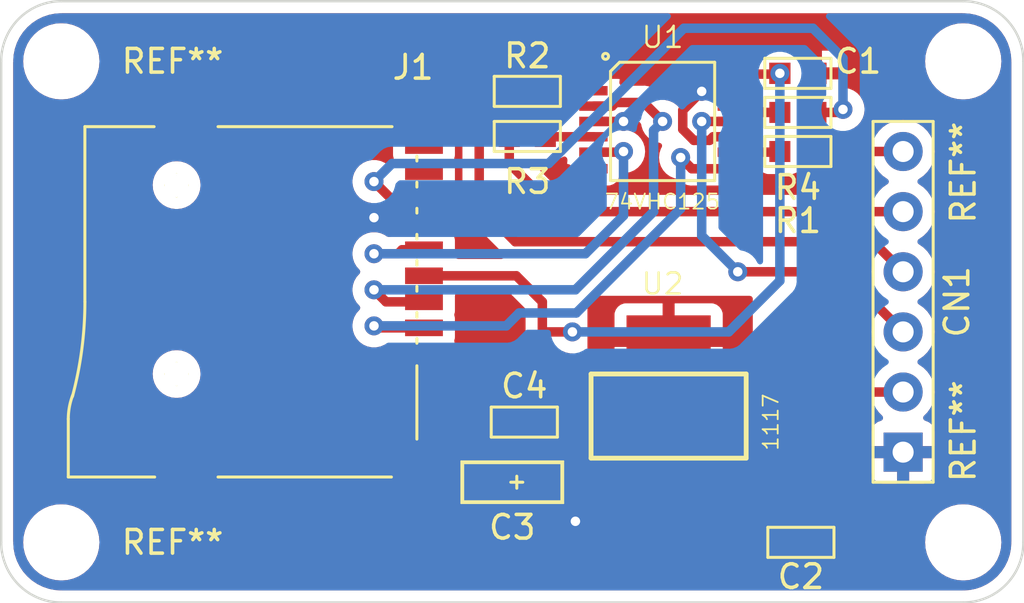
<source format=kicad_pcb>
(kicad_pcb (version 20211014) (generator pcbnew)
  (layers (0 "F.Cu" signal) (31 "B.Cu" signal) (34 "B.Paste" user) (35 "F.Paste" user) (36 "B.SilkS" user "B.Silkscreen") (37 "F.SilkS" user "F.Silkscreen") (38 "B.Mask" user) (39 "F.Mask" user) (44 "Edge.Cuts" user))
  (net 0 "")
  (net 1 "GND")
  (net 2 "+3V3")
  (net 3 "VCC")
  (net 4 "MISO")
  (net 5 "MOSI")
  (net 6 "SCK")
  (net 7 "CS")
  (net 9 "CS_CARD")
  (net 10 "DI")
  (net 11 "SCLK")
  (net 12 "DO")
  (net 15 "Net-(R1-Pad2)")
  (net 16 "Net-(R2-Pad2)")
  (net 17 "Net-(R3-Pad2)")
  (net 18 "Net-(R4-Pad2)")
  (footprint "OPL_Integrated_Circuit:SOT-223" (layer "F.Cu") (at 76.2 116.84 90)
    (fp_text reference "U2" (at 5.842 0 180) (layer "F.SilkS") (effects (font (size 0.889 0.889) (thickness 0.1016))))
    (fp_text value "1117" (at 0 4.572 90) (layer "F.SilkS") (effects (font (size 0.635 0.635) (thickness 0.0762))))
    (fp_line (start 2.032 3.5306) (end -1.524 3.5306) (layer "F.SilkS") (width 0.2032))
    (fp_line (start 2.032 -3.0226) (end 2.032 3.5306) (layer "F.SilkS") (width 0.2032))
    (fp_line (start -1.524 3.5306) (end -1.524 -3.0226) (layer "F.SilkS") (width 0.2032))
    (fp_line (start -1.524 -3.0226) (end 2.032 -3.0226) (layer "F.SilkS") (width 0.2032))
    (pad "1" smd rect locked (at -2.921 -2.032) (size 1.27 2.286) (layers "F.Cu" "F.Paste" "F.Mask") (net 1 "GND"))
    (pad "2" smd rect locked (at -2.921 0.254) (size 1.27 2.286) (layers "F.Cu" "F.Paste" "F.Mask") (net 2 "+3V3"))
    (pad "3" smd rect locked (at -2.921 2.54) (size 1.27 2.286) (layers "F.Cu" "F.Paste" "F.Mask") (net 3 "VCC"))
    (pad "TER" smd rect locked (at 3.429 0.254) (size 3.556 2.159) (layers "F.Cu" "F.Paste" "F.Mask") (net 2 "+3V3"))
  )
  (footprint "OPL_Resistor:R0603" (layer "F.Cu") (at 81.915 105.41 180)
    (fp_text reference "R1" (at 0 -2.921) (layer "F.SilkS"))
    (fp_text value "3.3K")
    (fp_line (start -1.397 0.635) (end -1.397 -0.635) (layer "F.SilkS") (width 0.127))
    (fp_line (start 1.397 0.635) (end -1.397 0.635) (layer "F.SilkS") (width 0.127))
    (fp_line (start -1.397 -0.635) (end 1.397 -0.635) (layer "F.SilkS") (width 0.127))
    (fp_line (start 1.397 -0.635) (end 1.397 0.635) (layer "F.SilkS") (width 0.127))
    (pad "1" smd rect locked (at -0.762 0 180) (size 0.889 0.889) (layers "F.Cu" "F.Paste" "F.Mask") (net 7 "CS"))
    (pad "2" smd rect locked (at 0.762 0 180) (size 0.889 0.889) (layers "F.Cu" "F.Paste" "F.Mask") (net 15 "Net-(R1-Pad2)"))
  )
  (footprint "MountingHole:MountingHole_2.2mm_M2" (layer "F.Cu") (at 50.8 101.6)
    (fp_text reference "REF**" (at 4.699 0 180) (layer "F.SilkS"))
    (fp_text value "M2")
    (pad "" np_thru_hole circle (at 0 0) (size 2.2 2.2) (drill 2.2) (layers *.Cu *.Mask))
  )
  (footprint "OPL_Connector:H6-2.54" (layer "F.Cu") (at 86.36 111.76 -90)
    (fp_text reference "CN1" (at 0 -2.275 90) (layer "F.SilkS"))
    (fp_text value "IN")
    (fp_line (start 7.62 1.27) (end -7.62 1.27) (layer "F.SilkS") (width 0.127))
    (fp_line (start 7.62 -1.27) (end 7.62 1.27) (layer "F.SilkS") (width 0.127))
    (fp_line (start -7.62 -1.27) (end 7.62 -1.27) (layer "F.SilkS") (width 0.127))
    (fp_line (start -7.62 1.27) (end -7.62 -1.27) (layer "F.SilkS") (width 0.127))
    (pad "1" thru_hole rect locked (at 6.35 0 180) (size 1.651 1.651) (drill 0.889) (layers *.Cu *.Mask) (net 1 "GND"))
    (pad "2" thru_hole circle locked (at 3.81 0 180) (size 1.651 1.651) (drill 0.889) (layers *.Cu *.Mask) (net 3 "VCC"))
    (pad "3" thru_hole circle locked (at 1.27 0 180) (size 1.651 1.651) (drill 0.889) (layers *.Cu *.Mask) (net 4 "MISO"))
    (pad "4" thru_hole circle locked (at -1.27 0 180) (size 1.651 1.651) (drill 0.889) (layers *.Cu *.Mask) (net 5 "MOSI"))
    (pad "5" thru_hole circle locked (at -3.81 0 180) (size 1.651 1.651) (drill 0.889) (layers *.Cu *.Mask) (net 6 "SCK"))
    (pad "6" thru_hole circle locked (at -6.35 0 180) (size 1.651 1.651) (drill 0.889) (layers *.Cu *.Mask) (net 7 "CS"))
  )
  (footprint "OPL_Resistor:R0603" (layer "F.Cu") (at 81.915 103.759 180)
    (fp_text reference "R4" (at 0 -3.175) (layer "F.SilkS"))
    (fp_text value "3.3K")
    (fp_line (start 1.397 -0.635) (end 1.397 0.635) (layer "F.SilkS") (width 0.127))
    (fp_line (start -1.397 0.635) (end -1.397 -0.635) (layer "F.SilkS") (width 0.127))
    (fp_line (start 1.397 0.635) (end -1.397 0.635) (layer "F.SilkS") (width 0.127))
    (fp_line (start -1.397 -0.635) (end 1.397 -0.635) (layer "F.SilkS") (width 0.127))
    (pad "1" smd rect locked (at -0.762 0 180) (size 0.889 0.889) (layers "F.Cu" "F.Paste" "F.Mask") (net 12 "DO"))
    (pad "2" smd rect locked (at 0.762 0 180) (size 0.889 0.889) (layers "F.Cu" "F.Paste" "F.Mask") (net 18 "Net-(R4-Pad2)"))
  )
  (footprint "OPL_Integrated_Circuit:TSSOP14-0.65-5X4.4MM" (layer "F.Cu") (at 76.2 104.14)
    (fp_text reference "U1" (at 0 -3.556) (layer "F.SilkS") (effects (font (size 0.889 0.889) (thickness 0.1016))))
    (fp_text value "74VHC125" (at -0.01 3.39) (layer "F.SilkS") (effects (font (size 0.635 0.635) (thickness 0.0762))))
    (fp_line (start -2.19964 2.49936) (end -2.19964 -2.11836) (layer "F.SilkS") (width 0.127))
    (fp_line (start -1.81864 -2.49936) (end 2.19964 -2.49936) (layer "F.SilkS") (width 0.127))
    (fp_line (start 2.19964 2.49936) (end -2.19964 2.49936) (layer "F.SilkS") (width 0.127))
    (fp_line (start -2.19964 -2.11836) (end -1.81864 -2.49936) (layer "F.SilkS") (width 0.127))
    (fp_line (start 2.19964 -2.49936) (end 2.19964 2.49936) (layer "F.SilkS") (width 0.127))
    (fp_circle (center -2.41 -2.75) (end -2.47 -2.64) (layer "F.SilkS") (width 0.127) (fill none))
    (pad "1" smd rect locked (at -2.92354 -1.99898 270) (size 0.39878 1.19888) (layers "F.Cu" "F.Paste" "F.Mask") (net 1 "GND"))
    (pad "2" smd rect locked (at -2.92354 -1.29794 270) (size 0.39878 1.19888) (layers "F.Cu" "F.Paste" "F.Mask") (net 16 "Net-(R2-Pad2)"))
    (pad "3" smd rect locked (at -2.92354 -0.6477 270) (size 0.39878 1.19888) (layers "F.Cu" "F.Paste" "F.Mask") (net 10 "DI"))
    (pad "4" smd rect locked (at -2.92354 0 270) (size 0.39878 1.19888) (layers "F.Cu" "F.Paste" "F.Mask") (net 1 "GND"))
    (pad "5" smd rect locked (at -2.92354 0.6477 270) (size 0.39878 1.19888) (layers "F.Cu" "F.Paste" "F.Mask") (net 17 "Net-(R3-Pad2)"))
    (pad "6" smd rect locked (at -2.92354 1.29794 270) (size 0.39878 1.19888) (layers "F.Cu" "F.Paste" "F.Mask") (net 11 "SCLK"))
    (pad "7" smd rect locked (at -2.92354 1.99898 270) (size 0.39878 1.19888) (layers "F.Cu" "F.Paste" "F.Mask") (net 1 "GND"))
    (pad "8" smd rect locked (at 2.92354 1.99898 90) (size 0.39878 1.19888) (layers "F.Cu" "F.Paste" "F.Mask") (net 9 "CS_CARD"))
    (pad "9" smd rect locked (at 2.92354 1.29794 270) (size 0.39878 1.19888) (layers "F.Cu" "F.Paste" "F.Mask") (net 15 "Net-(R1-Pad2)"))
    (pad "10" smd rect locked (at 2.92354 0.6477 270) (size 0.39878 1.19888) (layers "F.Cu" "F.Paste" "F.Mask") (net 1 "GND"))
    (pad "11" smd rect locked (at 2.92354 0 270) (size 0.39878 1.19888) (layers "F.Cu" "F.Paste" "F.Mask") (net 4 "MISO"))
    (pad "12" smd rect locked (at 2.92354 -0.6477 270) (size 0.39878 1.19888) (layers "F.Cu" "F.Paste" "F.Mask") (net 18 "Net-(R4-Pad2)"))
    (pad "13" smd rect locked (at 2.92354 -1.29794 270) (size 0.39878 1.19888) (layers "F.Cu" "F.Paste" "F.Mask") (net 1 "GND"))
    (pad "14" smd rect locked (at 2.92354 -1.99898 270) (size 0.39878 1.19888) (layers "F.Cu" "F.Paste" "F.Mask") (net 2 "+3V3"))
  )
  (footprint "MountingHole:MountingHole_2.2mm_M2" (layer "F.Cu") (at 50.8 121.92)
    (fp_text reference "REF**" (at 4.699 0) (layer "F.SilkS"))
    (fp_text value "M2")
    (pad "" np_thru_hole circle (at 0 0) (size 2.2 2.2) (drill 2.2) (layers *.Cu *.Mask))
  )
  (footprint "OPL_Resistor:R0603" (layer "F.Cu") (at 70.485 104.775)
    (fp_text reference "R3" (at 0 1.905) (layer "F.SilkS"))
    (fp_text value "3.3K")
    (fp_line (start -1.397 -0.635) (end 1.397 -0.635) (layer "F.SilkS") (width 0.127))
    (fp_line (start 1.397 0.635) (end -1.397 0.635) (layer "F.SilkS") (width 0.127))
    (fp_line (start 1.397 -0.635) (end 1.397 0.635) (layer "F.SilkS") (width 0.127))
    (fp_line (start -1.397 0.635) (end -1.397 -0.635) (layer "F.SilkS") (width 0.127))
    (pad "1" smd rect locked (at -0.762 0) (size 0.889 0.889) (layers "F.Cu" "F.Paste" "F.Mask") (net 6 "SCK"))
    (pad "2" smd rect locked (at 0.762 0) (size 0.889 0.889) (layers "F.Cu" "F.Paste" "F.Mask") (net 17 "Net-(R3-Pad2)"))
  )
  (footprint "OPL_Capacitor:C0603" (layer "F.Cu") (at 82.042 121.92 180)
    (fp_text reference "C2" (at 0 -1.45) (layer "F.SilkS"))
    (fp_text value "100NF")
    (fp_line (start -1.397 0.635) (end -1.397 -0.635) (layer "F.SilkS") (width 0.127))
    (fp_line (start 1.397 -0.635) (end 1.397 0.635) (layer "F.SilkS") (width 0.127))
    (fp_line (start 1.397 0.635) (end -1.397 0.635) (layer "F.SilkS") (width 0.127))
    (fp_line (start -1.397 -0.635) (end 1.397 -0.635) (layer "F.SilkS") (width 0.127))
    (pad "1" smd rect locked (at -0.762 0 180) (size 0.9 0.9) (layers "F.Cu" "F.Paste" "F.Mask") (net 1 "GND"))
    (pad "2" smd rect locked (at 0.762 0 180) (size 0.9 0.9) (layers "F.Cu" "F.Paste" "F.Mask") (net 3 "VCC"))
  )
  (footprint "MountingHole:MountingHole_2.2mm_M2" (layer "F.Cu") (at 88.9 101.6)
    (fp_text reference "REF**" (at 0 4.699 90) (layer "F.SilkS"))
    (fp_text value "M2")
    (pad "" np_thru_hole circle (at 0 0) (size 2.2 2.2) (drill 2.2) (layers *.Cu *.Mask))
  )
  (footprint "MountingHole:MountingHole_2.2mm_M2" (layer "F.Cu") (at 88.9 121.92)
    (fp_text reference "REF**" (at 0 -4.699 90) (layer "F.SilkS"))
    (fp_text value "M2")
    (pad "" np_thru_hole circle (at 0 0) (size 2.2 2.2) (drill 2.2) (layers *.Cu *.Mask))
  )
  (footprint "OPL_Capacitor:C0603" (layer "F.Cu") (at 70.358 116.84)
    (fp_text reference "C4" (at 0 -1.524) (layer "F.SilkS"))
    (fp_text value "100NF")
    (fp_line (start 1.397 0.635) (end -1.397 0.635) (layer "F.SilkS") (width 0.127))
    (fp_line (start -1.397 -0.635) (end 1.397 -0.635) (layer "F.SilkS") (width 0.127))
    (fp_line (start 1.397 -0.635) (end 1.397 0.635) (layer "F.SilkS") (width 0.127))
    (fp_line (start -1.397 0.635) (end -1.397 -0.635) (layer "F.SilkS") (width 0.127))
    (pad "1" smd rect locked (at -0.762 0) (size 0.9 0.9) (layers "F.Cu" "F.Paste" "F.Mask") (net 1 "GND"))
    (pad "2" smd rect locked (at 0.762 0) (size 0.9 0.9) (layers "F.Cu" "F.Paste" "F.Mask") (net 2 "+3V3"))
  )
  (footprint "OPL_Connector:MICRO-SD9+4P-SMD-16.1X14.5X1.85MM" (layer "F.Cu") (at 58.42 111.76 180)
    (fp_text reference "J1" (at -7.239 9.906) (layer "F.SilkS"))
    (fp_text value "SD")
    (fp_line (start 2.75 -2.59842) (end 2.75 -3.49758) (layer "F.SilkS") (width 0.127))
    (fp_line (start -7.4 3.74934) (end -7.4 3.95) (layer "F.SilkS") (width 0.127))
    (fp_line (start -7.4 5.94934) (end -7.4 6.15) (layer "F.SilkS") (width 0.127))
    (fp_line (start 2.3 -3.05) (end 3.2017 -3.05) (layer "F.SilkS") (width 0.127))
    (fp_line (start 2.75 5.37416) (end 2.75 4.475) (layer "F.SilkS") (width 0.127))
    (fp_line (start -6.35 7.4) (end 1 7.4) (layer "F.SilkS") (width 0.127))
    (fp_line (start -7.4 2.64934) (end -7.4 2.85) (layer "F.SilkS") (width 0.127))
    (fp_line (start 3.7 7.4) (end 6.625 7.4) (layer "F.SilkS") (width 0.127))
    (fp_line (start 2.3 4.925) (end 3.2017 4.925) (layer "F.SilkS") (width 0.127))
    (fp_line (start 1 -7.4) (end -6.325 -7.4) (layer "F.SilkS") (width 0.127))
    (fp_line (start 7.325 -7.4) (end 7.325 -4.95) (layer "F.SilkS") (width 0.127))
    (fp_line (start -7.4 -1.75066) (end -7.4 -1.55) (layer "F.SilkS") (width 0.127))
    (fp_line (start -7.4 4.84934) (end -7.4 5.05) (layer "F.SilkS") (width 0.127))
    (fp_line (start -7.4 -0.65066) (end -7.4 -0.45) (layer "F.SilkS") (width 0.127))
    (fp_line (start -7.4 0.44934) (end -7.4 0.65) (layer "F.SilkS") (width 0.127))
    (fp_line (start 6.625 0) (end 6.625 7.4) (layer "F.SilkS") (width 0.127))
    (fp_line (start 7.325 -7.4) (end 3.675 -7.4) (layer "F.SilkS") (width 0.127))
    (fp_line (start -7.4 1.54934) (end -7.4 1.75) (layer "F.SilkS") (width 0.127))
    (fp_line (start -7.4 -5.7988) (end -7.4 -2.7) (layer "F.SilkS") (width 0.127))
    (fp_arc (start 7.325 -4.95) (mid 7.278848 -4.442879) (end 7.14191 -3.952419) (layer "F.SilkS") (width 0.127))
    (fp_arc (start 6.623554 -0.001246) (mid 6.75573 -2.017876) (end 7.15 -4) (layer "F.SilkS") (width 0.127))
    (fp_circle (center 2.75 -3.05) (end 3.066105 -3.05) (layer "F.SilkS") (width 0.127) (fill none))
    (fp_circle (center 2.75 4.93) (end 3.066105 4.93) (layer "F.SilkS") (width 0.127) (fill none))
    (pad "" np_thru_hole circle locked (at 2.75 4.93 180) (size 1 1) (drill 1) (layers *.Cu *.Mask))
    (pad "" np_thru_hole circle locked (at 2.75 -3.05 180) (size 1 1) (drill 1) (layers *.Cu *.Mask))
    (pad "1" smd rect locked (at -7.7 -2.2 180) (size 1.59766 0.7) (layers "F.Cu" "F.Paste" "F.Mask"))
    (pad "2" smd rect locked (at -7.7 -1.1) (size 1.59766 0.7) (layers "F.Cu" "F.Paste" "F.Mask") (net 9 "CS_CARD"))
    (pad "3" smd rect locked (at -7.7 0 180) (size 1.59766 0.7) (layers "F.Cu" "F.Paste" "F.Mask") (net 10 "DI"))
    (pad "4" smd rect locked (at -7.7 1.1 180) (size 1.59766 0.7) (layers "F.Cu" "F.Paste" "F.Mask") (net 2 "+3V3"))
    (pad "5" smd rect locked (at -7.7 2.2 180) (size 1.59766 0.7) (layers "F.Cu" "F.Paste" "F.Mask") (net 11 "SCLK"))
    (pad "6" smd rect locked (at -7.7 3.3 180) (size 1.59766 0.7) (layers "F.Cu" "F.Paste" "F.Mask") (net 1 "GND"))
    (pad "7" smd rect locked (at -7.7 4.4 180) (size 1.59766 0.7) (layers "F.Cu" "F.Paste" "F.Mask") (net 12 "DO"))
    (pad "8" smd rect locked (at -7.7 5.5 180) (size 1.59766 0.7) (layers "F.Cu" "F.Paste" "F.Mask"))
    (pad "9" smd rect locked (at -7.7 6.6 180) (size 1.59766 0.7) (layers "F.Cu" "F.Paste" "F.Mask"))
    (pad "10" smd rect locked (at -7.25 -6.85 180) (size 1.4 1.79832) (layers "F.Cu" "F.Paste" "F.Mask") (net 1 "GND"))
    (pad "11" smd rect locked (at 2.35 -7.75 180) (size 2.19964 1.39954) (layers "F.Cu" "F.Paste" "F.Mask") (net 1 "GND"))
    (pad "12" smd rect locked (at -7.25 7.75 180) (size 1.4 1.2) (layers "F.Cu" "F.Paste" "F.Mask") (net 1 "GND"))
    (pad "13" smd rect locked (at 2.35 7.75 180) (size 2.2 1.2) (layers "F.Cu" "F.Paste" "F.Mask") (net 1 "GND"))
  )
  (footprint "OPL_Capacitor:C0603" (layer "F.Cu") (at 81.915 102.108 180)
    (fp_text reference "C1" (at -2.54 0.508) (layer "F.SilkS"))
    (fp_text value "100NF")
    (fp_line (start -1.397 0.635) (end -1.397 -0.635) (layer "F.SilkS") (width 0.127))
    (fp_line (start 1.397 0.635) (end -1.397 0.635) (layer "F.SilkS") (width 0.127))
    (fp_line (start -1.397 -0.635) (end 1.397 -0.635) (layer "F.SilkS") (width 0.127))
    (fp_line (start 1.397 -0.635) (end 1.397 0.635) (layer "F.SilkS") (width 0.127))
    (pad "1" smd rect locked (at -0.762 0 180) (size 0.9 0.9) (layers "F.Cu" "F.Paste" "F.Mask") (net 1 "GND"))
    (pad "2" smd rect locked (at 0.762 0 180) (size 0.9 0.9) (layers "F.Cu" "F.Paste" "F.Mask") (net 2 "+3V3"))
  )
  (footprint "OPL_Capacitor:AVX-A(1206)" (layer "F.Cu") (at 69.85 119.38 180)
    (fp_text reference "C3" (at 0 -1.905) (layer "F.SilkS"))
    (fp_text value "10UF")
    (fp_line (start 2.0955 -0.8255) (end 2.0955 0.8255) (layer "F.SilkS") (width 0.127))
    (fp_line (start -0.1905 0.254) (end -0.1905 -0.254) (layer "F.SilkS") (width 0.127))
    (fp_line (start -2.159 0.889) (end -2.159 -0.889) (layer "F.SilkS") (width 0.06604))
    (fp_line (start -2.159 -0.889) (end 2.159 -0.889) (layer "F.SilkS") (width 0.06604))
    (fp_line (start -2.0955 -0.8255) (end 2.0955 -0.8255) (layer "F.SilkS") (width 0.127))
    (fp_line (start 2.159 0.889) (end 2.159 -0.889) (layer "F.SilkS") (width 0.06604))
    (fp_line (start -2.0955 0.8255) (end -2.0955 -0.8255) (layer "F.SilkS") (width 0.127))
    (fp_line (start 2.0955 0.8255) (end -2.0955 0.8255) (layer "F.SilkS") (width 0.127))
    (fp_line (start -0.4445 0) (end 0.0635 0) (layer "F.SilkS") (width 0.127))
    (fp_line (start -2.159 0.889) (end 2.159 0.889) (layer "F.SilkS") (width 0.06604))
    (pad "1" smd rect locked (at -1.27 0 180) (size 1.27 1.27) (layers "F.Cu" "F.Paste" "F.Mask") (net 2 "+3V3"))
    (pad "2" smd rect locked (at 1.27 0) (size 1.27 1.27) (layers "F.Cu" "F.Paste" "F.Mask") (net 1 "GND"))
  )
  (footprint "OPL_Resistor:R0603" (layer "F.Cu") (at 70.485 102.87)
    (fp_text reference "R2" (at 0 -1.5 180) (layer "F.SilkS"))
    (fp_text value "3.3K")
    (fp_line (start -1.397 0.635) (end -1.397 -0.635) (layer "F.SilkS") (width 0.127))
    (fp_line (start -1.397 -0.635) (end 1.397 -0.635) (layer "F.SilkS") (width 0.127))
    (fp_line (start 1.397 0.635) (end -1.397 0.635) (layer "F.SilkS") (width 0.127))
    (fp_line (start 1.397 -0.635) (end 1.397 0.635) (layer "F.SilkS") (width 0.127))
    (pad "1" smd rect locked (at -0.762 0) (size 0.889 0.889) (layers "F.Cu" "F.Paste" "F.Mask") (net 5 "MOSI"))
    (pad "2" smd rect locked (at 0.762 0) (size 0.889 0.889) (layers "F.Cu" "F.Paste" "F.Mask") (net 16 "Net-(R2-Pad2)"))
  )
  (gr_line (start 48.26 121.92) (end 48.26 101.6) (layer "Edge.Cuts") (width 0.1))
  (gr_line (start 50.8 124.46) (end 88.9 124.46) (layer "Edge.Cuts") (width 0.1))
  (gr_arc (start 91.44 121.92) (mid 90.696051 123.716051) (end 88.9 124.46) (layer "Edge.Cuts") (width 0.1))
  (gr_arc (start 88.9 99.06) (mid 90.696051 99.803949) (end 91.44 101.6) (layer "Edge.Cuts") (width 0.1))
  (gr_arc (start 48.26 101.6) (mid 49.003949 99.803949) (end 50.8 99.06) (layer "Edge.Cuts") (width 0.1))
  (gr_arc (start 50.8 124.46) (mid 49.003949 123.716051) (end 48.26 121.92) (layer "Edge.Cuts") (width 0.1))
  (gr_line (start 50.8 99.06) (end 88.9 99.06) (layer "Edge.Cuts") (width 0.1))
  (gr_line (start 91.44 101.6) (end 91.44 121.92) (layer "Edge.Cuts") (width 0.1))
  (segment (start 73.27646 102.14102) (end 77.12202 102.14102) (width 0.4) (layer "F.Cu") (net 1))
  (segment (start 79.12354 102.84206) (end 77.87894 102.84206) (width 0.4) (layer "F.Cu") (net 1))
  (segment (start 77.851 102.87) (end 77.051 103.67) (width 0.4) (layer "F.Cu") (net 1))
  (segment (start 77.519629 104.94) (end 78.182371 104.94) (width 0.4) (layer "F.Cu") (net 1))
  (segment (start 78.182371 104.94) (end 78.334671 104.7877) (width 0.4) (layer "F.Cu") (net 1))
  (segment (start 73.27646 104.14) (end 74.549 104.14) (width 0.4) (layer "F.Cu") (net 1))
  (segment (start 78.334671 104.7877) (end 79.12354 104.7877) (width 0.4) (layer "F.Cu") (net 1))
  (segment (start 77.12202 102.14102) (end 77.851 102.87) (width 0.4) (layer "F.Cu") (net 1))
  (segment (start 77.051 104.471371) (end 77.519629 104.94) (width 0.4) (layer "F.Cu") (net 1))
  (segment (start 77.87894 102.84206) (end 77.851 102.87) (width 0.4) (layer "F.Cu") (net 1))
  (segment (start 77.051 103.67) (end 77.051 104.471371) (width 0.4) (layer "F.Cu") (net 1))
  (via (at 74.549 104.14) (size 0.8) (drill 0.4) (layers "F.Cu" "B.Cu") (net 1))
  (via (at 72.517 121.031) (size 0.8) (drill 0.4) (layers "F.Cu" "B.Cu") (net 1))
  (via (at 64.008 108.204) (size 0.8) (drill 0.4) (layers "F.Cu" "B.Cu") (net 1))
  (via (at 77.851 102.87) (size 0.8) (drill 0.4) (layers "F.Cu" "B.Cu") (net 1))
  (segment (start 81.11998 102.14102) (end 81.153 102.108) (width 0.4) (layer "F.Cu") (net 2))
  (segment (start 70.02 110.66) (end 71.12 111.76) (width 0.4) (layer "F.Cu") (net 2))
  (segment (start 79.12354 102.14102) (end 81.11998 102.14102) (width 0.4) (layer "F.Cu") (net 2))
  (segment (start 71.12 113.03) (end 72.39 113.03) (width 0.4) (layer "F.Cu") (net 2))
  (segment (start 72.39 122.555) (end 74.93 122.555) (width 0.4) (layer "F.Cu") (net 2))
  (segment (start 71.12 119.38) (end 71.12 116.84) (width 0.4) (layer "F.Cu") (net 2))
  (segment (start 76.454 121.031) (end 76.454 119.761) (width 0.4) (layer "F.Cu") (net 2))
  (segment (start 72.39 122.555) (end 71.12 121.285) (width 0.4) (layer "F.Cu") (net 2))
  (segment (start 76.454 119.761) (end 76.454 113.411) (width 0.4) (layer "F.Cu") (net 2))
  (segment (start 66.12 110.66) (end 70.02 110.66) (width 0.4) (layer "F.Cu") (net 2))
  (segment (start 74.93 122.555) (end 76.454 121.031) (width 0.4) (layer "F.Cu") (net 2))
  (segment (start 71.12 111.76) (end 71.12 113.03) (width 0.4) (layer "F.Cu") (net 2))
  (segment (start 71.12 113.03) (end 71.12 116.84) (width 0.4) (layer "F.Cu") (net 2))
  (segment (start 71.12 121.285) (end 71.12 119.38) (width 0.4) (layer "F.Cu") (net 2))
  (via (at 72.39 113.03) (size 0.8) (drill 0.4) (layers "F.Cu" "B.Cu") (net 2))
  (via (at 81.153 102.108) (size 0.8) (drill 0.4) (layers "F.Cu" "B.Cu") (net 2))
  (segment (start 81.153 110.871) (end 79.502 112.522) (width 0.4) (layer "B.Cu") (net 2))
  (segment (start 72.39 113.03) (end 78.994 113.03) (width 0.4) (layer "B.Cu") (net 2))
  (segment (start 81.153 102.108) (end 81.153 110.871) (width 0.4) (layer "B.Cu") (net 2))
  (segment (start 79.502 112.522) (end 79.248 112.776) (width 0.4) (layer "B.Cu") (net 2))
  (segment (start 78.994 113.03) (end 79.502 112.522) (width 0.4) (layer "B.Cu") (net 2))
  (segment (start 84.455 115.57) (end 86.36 115.57) (width 0.4) (layer "F.Cu") (net 3))
  (segment (start 81.28 121.92) (end 81.28 118.745) (width 0.4) (layer "F.Cu") (net 3))
  (segment (start 79.375 121.92) (end 78.74 121.285) (width 0.4) (layer "F.Cu") (net 3))
  (segment (start 78.74 121.285) (end 78.74 119.761) (width 0.4) (layer "F.Cu") (net 3))
  (segment (start 81.28 121.92) (end 79.375 121.92) (width 0.4) (layer "F.Cu") (net 3))
  (segment (start 81.28 118.745) (end 84.455 115.57) (width 0.4) (layer "F.Cu") (net 3))
  (segment (start 80.645 110.49) (end 79.375 110.49) (width 0.4) (layer "F.Cu") (net 4))
  (segment (start 83.82 110.49) (end 80.645 110.49) (width 0.4) (layer "F.Cu") (net 4))
  (segment (start 86.36 113.03) (end 83.82 110.49) (width 0.4) (layer "F.Cu") (net 4))
  (segment (start 79.12354 104.14) (end 77.851 104.14) (width 0.4) (layer "F.Cu") (net 4))
  (via (at 77.851 104.14) (size 0.8) (drill 0.4) (layers "F.Cu" "B.Cu") (net 4))
  (via (at 79.375 110.49) (size 0.8) (drill 0.4) (layers "F.Cu" "B.Cu") (net 4))
  (segment (start 77.851 108.966) (end 79.375 110.49) (width 0.4) (layer "B.Cu") (net 4))
  (segment (start 77.851 104.14) (end 77.851 108.966) (width 0.4) (layer "B.Cu") (net 4))
  (segment (start 69.088 102.87) (end 68.453 103.505) (width 0.4) (layer "F.Cu") (net 5))
  (segment (start 85.09 109.22) (end 86.36 110.49) (width 0.4) (layer "F.Cu") (net 5))
  (segment (start 68.453 107.696) (end 69.977 109.22) (width 0.4) (layer "F.Cu") (net 5))
  (segment (start 69.977 109.22) (end 85.09 109.22) (width 0.4) (layer "F.Cu") (net 5))
  (segment (start 68.453 103.505) (end 68.453 107.696) (width 0.4) (layer "F.Cu") (net 5))
  (segment (start 69.723 102.87) (end 69.088 102.87) (width 0.4) (layer "F.Cu") (net 5))
  (segment (start 71.755 107.95) (end 69.723 105.918) (width 0.4) (layer "F.Cu") (net 6))
  (segment (start 69.723 105.918) (end 69.723 104.775) (width 0.4) (layer "F.Cu") (net 6))
  (segment (start 86.36 107.95) (end 71.755 107.95) (width 0.4) (layer "F.Cu") (net 6))
  (segment (start 82.677 105.41) (end 86.36 105.41) (width 0.4) (layer "F.Cu") (net 7))
  (segment (start 77.43698 106.13898) (end 79.12354 106.13898) (width 0.4) (layer "F.Cu") (net 9))
  (segment (start 66.12 112.86) (end 64.092 112.86) (width 0.4) (layer "F.Cu") (net 9))
  (segment (start 76.962 105.664) (end 77.43698 106.13898) (width 0.4) (layer "F.Cu") (net 9))
  (segment (start 64.092 112.86) (end 64.008 112.776) (width 0.4) (layer "F.Cu") (net 9))
  (via (at 64.008 112.776) (size 0.8) (drill 0.4) (layers "F.Cu" "B.Cu") (net 9))
  (via (at 76.962 105.664) (size 0.8) (drill 0.4) (layers "F.Cu" "B.Cu") (net 9))
  (segment (start 72.555 112.23) (end 76.962 107.823) (width 0.4) (layer "B.Cu") (net 9))
  (segment (start 76.962 107.823) (end 76.962 105.664) (width 0.4) (layer "B.Cu") (net 9))
  (segment (start 64.008 112.776) (end 69.596 112.776) (width 0.4) (layer "B.Cu") (net 9))
  (segment (start 70.142 112.23) (end 72.555 112.23) (width 0.4) (layer "B.Cu") (net 9))
  (segment (start 69.596 112.776) (end 70.142 112.23) (width 0.4) (layer "B.Cu") (net 9))
  (segment (start 75.4 103.34) (end 74.217629 103.34) (width 0.4) (layer "F.Cu") (net 10))
  (segment (start 76.2 104.14) (end 75.4 103.34) (width 0.4) (layer "F.Cu") (net 10))
  (segment (start 66.12 111.76) (end 64.516 111.76) (width 0.4) (layer "F.Cu") (net 10))
  (segment (start 74.217629 103.34) (end 74.065329 103.4923) (width 0.4) (layer "F.Cu") (net 10))
  (segment (start 74.065329 103.4923) (end 73.27646 103.4923) (width 0.4) (layer "F.Cu") (net 10))
  (segment (start 64.516 111.76) (end 64.008 111.252) (width 0.4) (layer "F.Cu") (net 10))
  (via (at 64.008 111.252) (size 0.8) (drill 0.4) (layers "F.Cu" "B.Cu") (net 10))
  (via (at 76.2 104.14) (size 0.8) (drill 0.4) (layers "F.Cu" "B.Cu") (net 10))
  (segment (start 72.517 111.252) (end 64.008 111.252) (width 0.4) (layer "B.Cu") (net 10))
  (segment (start 75.819 104.521) (end 75.819 107.95) (width 0.4) (layer "B.Cu") (net 10))
  (segment (start 75.819 107.95) (end 72.517 111.252) (width 0.4) (layer "B.Cu") (net 10))
  (segment (start 76.2 104.14) (end 75.819 104.521) (width 0.4) (layer "B.Cu") (net 10))
  (segment (start 74.52106 105.43794) (end 74.549 105.41) (width 0.4) (layer "F.Cu") (net 11))
  (segment (start 65.024 109.728) (end 64.008 109.728) (width 0.4) (layer "F.Cu") (net 11))
  (segment (start 73.27646 105.43794) (end 74.52106 105.43794) (width 0.4) (layer "F.Cu") (net 11))
  (segment (start 66.12 109.56) (end 65.192 109.56) (width 0.4) (layer "F.Cu") (net 11))
  (segment (start 65.192 109.56) (end 65.024 109.728) (width 0.4) (layer "F.Cu") (net 11))
  (via (at 64.008 109.728) (size 0.8) (drill 0.4) (layers "F.Cu" "B.Cu") (net 11))
  (via (at 74.549 105.41) (size 0.8) (drill 0.4) (layers "F.Cu" "B.Cu") (net 11))
  (segment (start 74.549 105.41) (end 74.549 108.117472) (width 0.4) (layer "B.Cu") (net 11))
  (segment (start 74.549 108.117472) (end 72.938472 109.728) (width 0.4) (layer "B.Cu") (net 11))
  (segment (start 72.938472 109.728) (end 64.008 109.728) (width 0.4) (layer "B.Cu") (net 11))
  (segment (start 64.688 107.36) (end 64.008 106.68) (width 0.4) (layer "F.Cu") (net 12))
  (segment (start 66.12 107.36) (end 64.688 107.36) (width 0.4) (layer "F.Cu") (net 12))
  (segment (start 82.677 103.759) (end 83.693 103.759) (width 0.4) (layer "F.Cu") (net 12))
  (segment (start 83.693 103.759) (end 83.82 103.632) (width 0.4) (layer "F.Cu") (net 12))
  (via (at 83.82 103.632) (size 0.8) (drill 0.4) (layers "F.Cu" "B.Cu") (net 12))
  (via (at 64.008 106.68) (size 0.8) (drill 0.4) (layers "F.Cu" "B.Cu") (net 12))
  (segment (start 83.82 101.473) (end 82.55 100.203) (width 0.4) (layer "B.Cu") (net 12))
  (segment (start 83.82 103.632) (end 83.82 101.473) (width 0.4) (layer "B.Cu") (net 12))
  (segment (start 82.55 100.203) (end 77.10063 100.203) (width 0.4) (layer "B.Cu") (net 12))
  (segment (start 77.10063 100.203) (end 71.385629 105.918001) (width 0.4) (layer "B.Cu") (net 12))
  (segment (start 71.385629 105.918001) (end 64.769999 105.918001) (width 0.4) (layer "B.Cu") (net 12))
  (segment (start 64.769999 105.918001) (end 64.008 106.68) (width 0.4) (layer "B.Cu") (net 12))
  (segment (start 81.12506 105.43794) (end 81.153 105.41) (width 0.4) (layer "F.Cu") (net 15))
  (segment (start 79.12354 105.43794) (end 81.12506 105.43794) (width 0.4) (layer "F.Cu") (net 15))
  (segment (start 73.27646 102.84206) (end 71.27494 102.84206) (width 0.4) (layer "F.Cu") (net 16))
  (segment (start 71.27494 102.84206) (end 71.247 102.87) (width 0.4) (layer "F.Cu") (net 16))
  (segment (start 71.2597 104.7877) (end 71.247 104.775) (width 0.4) (layer "F.Cu") (net 17))
  (segment (start 73.27646 104.7877) (end 71.2597 104.7877) (width 0.4) (layer "F.Cu") (net 17))
  (segment (start 80.391 103.759) (end 81.153 103.759) (width 0.4) (layer "F.Cu") (net 18))
  (segment (start 80.1243 103.4923) (end 80.391 103.759) (width 0.4) (layer "F.Cu") (net 18))
  (segment (start 79.12354 103.4923) (end 80.1243 103.4923) (width 0.4) (layer "F.Cu") (net 18))
  (zone (net 1) (net_name "GND") (layers F&B.Cu) (connect_pads (clearance 0.508)) (min_thickness 0.254) (fill yes (thermal_gap 0.508) (thermal_bridge_width 0.508))
    (polygon (pts (xy 91.44 124.46) (xy 48.26 124.46) (xy 48.26 99.06) (xy 91.44 99.06)))
  )
  (zone (net 2) (net_name "+3V3") (layer "F.Cu") (priority 1) (connect_pads (clearance 0.508)) (min_thickness 0.254) (fill yes (thermal_gap 0.508) (thermal_bridge_width 0.508))
    (polygon (pts (xy 80.01 117.221) (xy 73.025 117.221) (xy 73.025 111.506) (xy 80.01 111.506)))
  )
)
</source>
